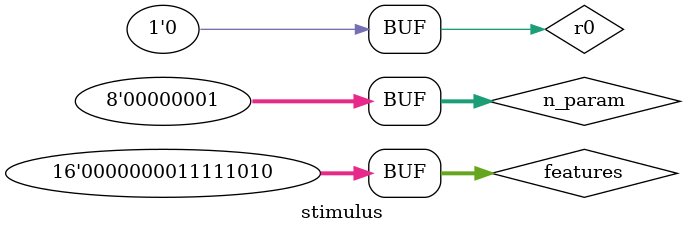
<source format=v>


`timescale 1ns / 1ps
module stimulus;
	// Inputs
	reg [15:0] features = 16'b0000000000000000;
	reg [7:0] n_param = 8'b00000000;
    reg r0;
   
	// Outputs
    wire [31:0] predict;
	wire r;

	// Instantiate the Unit Under Test (UUT)
	reg_linear uut (
		features [15:0], 
		n_param [7:0],
		r0, 
		predict [31:0],
		r    
	);
 
	initial begin
	$dumpfile("regression.vcd");
    $dumpvars(0,stimulus);
		// Initialize Inputs
		features = 16'b0000000000000000;
		n_param = 8'b00000000;
        r0 = 0;
 
		#20;

		features = 16'b0000000011111010; //250
		n_param = 8'b00000001; //1 seul paramètre

		#20;

 
	end  
 
	initial begin
		 $monitor("t=%3d taille de la maison=%d, n_param=%d, estimation : %d euros  \n",$time,features,n_param, predict);
	end
 
endmodule
</source>
